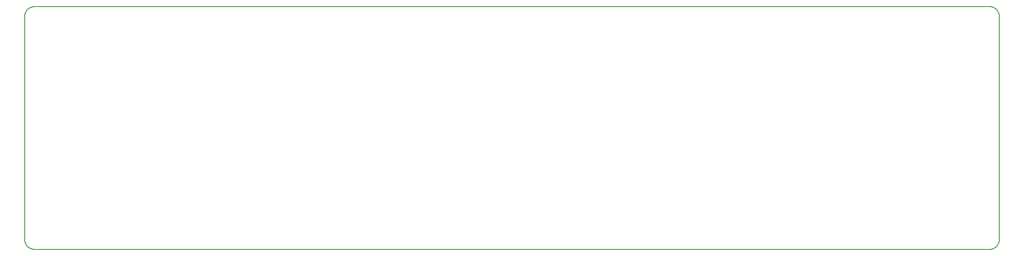
<source format=gm1>
G04*
G04 #@! TF.GenerationSoftware,Altium Limited,Altium Designer,22.8.2 (66)*
G04*
G04 Layer_Color=16711935*
%FSLAX25Y25*%
%MOIN*%
G70*
G04*
G04 #@! TF.SameCoordinates,F23DE1FB-CEBC-40D8-82DF-6EE2EAA0B71B*
G04*
G04*
G04 #@! TF.FilePolarity,Positive*
G04*
G01*
G75*
%ADD19C,0.00600*%
%ADD142C,0.00598*%
D19*
X7874Y196850D02*
X779528D01*
X787402Y7874D02*
Y188976D01*
X7874Y196850D02*
Y196850D01*
X-0Y7874D02*
Y188976D01*
X7874Y0D02*
X779528D01*
D142*
X-0Y7874D02*
X67Y6846D01*
X268Y5836D01*
X599Y4861D01*
X1055Y3937D01*
X1627Y3081D01*
X2306Y2306D01*
X3081Y1627D01*
X3937Y1055D01*
X4861Y599D01*
X5836Y268D01*
X6846Y67D01*
X7874Y-0D01*
X787402Y188976D02*
X787334Y190004D01*
X787133Y191014D01*
X786802Y191990D01*
X786347Y192913D01*
X785774Y193770D01*
X785095Y194544D01*
X784321Y195223D01*
X783465Y195796D01*
X782541Y196251D01*
X781566Y196582D01*
X780555Y196783D01*
X779528Y196850D01*
X7874Y196850D02*
X6846Y196783D01*
X5836Y196582D01*
X4861Y196251D01*
X3937Y195796D01*
X3081Y195223D01*
X2306Y194544D01*
X1627Y193770D01*
X1055Y192913D01*
X599Y191990D01*
X268Y191014D01*
X67Y190004D01*
X-0Y188976D01*
X779528Y-0D02*
X780555Y67D01*
X781566Y268D01*
X782541Y599D01*
X783464Y1055D01*
X784321Y1627D01*
X785095Y2306D01*
X785774Y3081D01*
X786347Y3937D01*
X786802Y4861D01*
X787133Y5836D01*
X787334Y6846D01*
X787402Y7874D01*
M02*

</source>
